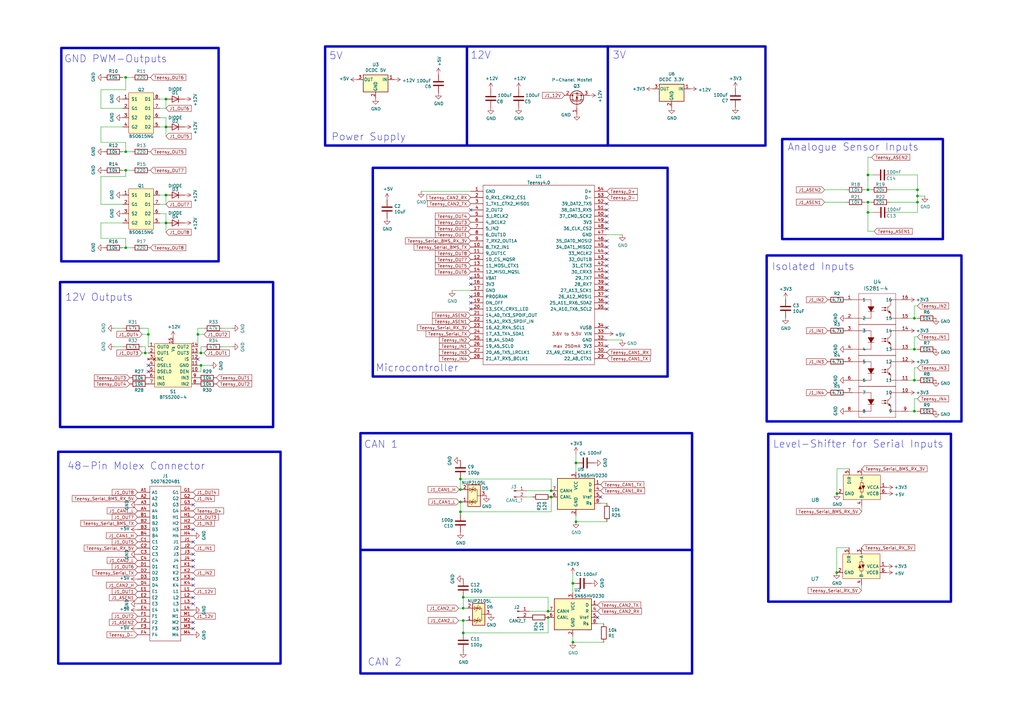
<source format=kicad_sch>
(kicad_sch (version 20230121) (generator eeschema)
  (paper "A3")
  (junction (at 188.849 209.931))
  (junction (at 234.95 239.268))
  (junction (at 376.301 82.931))
  (junction (at 188.849 200.787))
  (junction (at 51.562 69.85))
  (junction (at 355.981 82.931))
  (junction (at 355.981 71.755))
  (junction (at 376.301 77.851))
  (junction (at 375.031 130.556))
  (junction (at 234.95 263.398))
  (junction (at 68.072 52.07))
  (junction (at 59.563 144.78))
  (junction (at 82.423 149.86))
  (junction (at 355.981 87.122))
  (junction (at 51.562 62.23))
  (junction (at 343.281 202.438))
  (junction (at 82.423 144.78))
  (junction (at 224.79 250.698))
  (junction (at 226.06 203.835))
  (junction (at 236.22 189.865))
  (junction (at 343.154 234.823))
  (junction (at 224.79 253.238))
  (junction (at 226.06 201.295))
  (junction (at 189.992 244.983))
  (junction (at 375.031 168.656))
  (junction (at 51.562 31.75))
  (junction (at 236.22 213.995))
  (junction (at 68.072 80.01))
  (junction (at 375.031 155.956))
  (junction (at 355.981 77.851))
  (junction (at 189.992 249.428))
  (junction (at 68.072 91.44))
  (junction (at 189.992 259.588))
  (junction (at 188.849 196.469))
  (junction (at 60.833 137.16))
  (junction (at 188.849 205.867))
  (junction (at 68.072 40.64))
  (junction (at 376.301 80.391))
  (junction (at 51.562 101.6))
  (junction (at 375.031 143.256))
  (junction (at 81.153 137.16))
  (junction (at 189.992 254.508))
  (no_connect (at 248.92 108.966))
  (no_connect (at 248.92 121.666))
  (no_connect (at 79.248 229.87))
  (no_connect (at 248.92 86.106))
  (no_connect (at 248.92 101.346))
  (no_connect (at 79.248 240.03))
  (no_connect (at 193.04 86.106))
  (no_connect (at 79.248 207.01))
  (no_connect (at 79.248 217.17))
  (no_connect (at 79.248 245.11))
  (no_connect (at 79.248 247.65))
  (no_connect (at 79.248 257.81))
  (no_connect (at 79.248 255.27))
  (no_connect (at 79.248 222.25))
  (no_connect (at 79.248 232.41))
  (no_connect (at 248.92 88.646))
  (no_connect (at 193.04 124.206))
  (no_connect (at 248.92 126.746))
  (no_connect (at 79.248 227.33))
  (no_connect (at 248.92 111.506))
  (no_connect (at 245.11 253.238))
  (no_connect (at 193.04 114.046))
  (no_connect (at 248.92 98.806))
  (no_connect (at 60.833 152.4))
  (no_connect (at 248.92 114.046))
  (no_connect (at 81.153 147.32))
  (no_connect (at 248.92 91.186))
  (no_connect (at 193.04 116.586))
  (no_connect (at 248.92 124.206))
  (no_connect (at 193.04 121.666))
  (no_connect (at 248.92 119.126))
  (no_connect (at 248.92 141.986))
  (no_connect (at 79.248 237.49))
  (no_connect (at 248.92 83.566))
  (no_connect (at 248.92 93.726))
  (no_connect (at 193.04 126.746))
  (no_connect (at 248.92 116.586))
  (no_connect (at 248.92 134.366))
  (no_connect (at 248.92 103.886))
  (no_connect (at 60.833 149.86))
  (no_connect (at 246.38 203.835))
  (no_connect (at 248.92 106.426))
  (wire (pts (xy 68.072 52.07) (xy 65.532 52.07)))
  (wire (pts (xy 188.341 205.867) (xy 188.849 205.867)))
  (polyline (pts (xy 249.301 19.05) (xy 249.301 59.69)) (stroke (width 1)))
  (wire (pts (xy 58.293 134.62) (xy 60.833 134.62)))
  (wire (pts (xy 41.402 97.79) (xy 51.562 97.79)))
  (wire (pts (xy 91.313 142.24) (xy 95.123 142.24)))
  (wire (pts (xy 375.031 168.656) (xy 375.031 163.576)))
  (wire (pts (xy 364.871 77.851) (xy 376.301 77.851)))
  (wire (pts (xy 236.22 186.055) (xy 236.22 189.865)))
  (wire (pts (xy 376.301 125.476) (xy 375.031 125.476)))
  (wire (pts (xy 188.087 249.428) (xy 189.992 249.428)))
  (wire (pts (xy 51.562 72.39) (xy 51.562 69.85)))
  (wire (pts (xy 355.981 82.931) (xy 355.981 87.122)))
  (wire (pts (xy 188.087 254.508) (xy 189.992 254.508)))
  (wire (pts (xy 189.992 259.588) (xy 224.79 259.588)))
  (wire (pts (xy 41.402 91.44) (xy 50.292 91.44)))
  (wire (pts (xy 50.292 62.23) (xy 51.562 62.23)))
  (wire (pts (xy 65.532 87.63) (xy 68.072 87.63)))
  (wire (pts (xy 51.562 58.42) (xy 51.562 62.23)))
  (polyline (pts (xy 191.516 19.177) (xy 191.516 59.563)) (stroke (width 1)))
  (wire (pts (xy 50.292 44.45) (xy 41.402 44.45)))
  (wire (pts (xy 376.301 138.176) (xy 375.031 138.176)))
  (wire (pts (xy 375.031 130.556) (xy 376.301 130.556)))
  (wire (pts (xy 81.153 152.4) (xy 82.423 152.4)))
  (wire (pts (xy 51.562 97.79) (xy 51.562 101.6)))
  (wire (pts (xy 234.95 235.458) (xy 234.95 239.268)))
  (wire (pts (xy 59.563 144.78) (xy 60.833 144.78)))
  (wire (pts (xy 353.314 239.903) (xy 353.314 242.189)))
  (wire (pts (xy 188.849 209.931) (xy 226.06 209.931)))
  (wire (pts (xy 83.693 134.62) (xy 81.153 134.62)))
  (wire (pts (xy 355.981 82.931) (xy 357.251 82.931)))
  (wire (pts (xy 81.153 144.78) (xy 82.423 144.78)))
  (wire (pts (xy 355.981 77.851) (xy 357.251 77.851)))
  (wire (pts (xy 91.313 134.62) (xy 95.123 134.62)))
  (wire (pts (xy 348.361 192.278) (xy 343.281 192.278)))
  (wire (pts (xy 234.95 263.398) (xy 234.95 260.858)))
  (wire (pts (xy 247.65 255.778) (xy 245.11 255.778)))
  (wire (pts (xy 51.562 69.85) (xy 54.102 69.85)))
  (wire (pts (xy 376.301 71.755) (xy 376.301 77.851)))
  (wire (pts (xy 226.06 196.469) (xy 226.06 201.295)))
  (wire (pts (xy 338.201 77.851) (xy 347.091 77.851)))
  (wire (pts (xy 65.532 40.64) (xy 68.072 40.64)))
  (wire (pts (xy 372.491 155.956) (xy 375.031 155.956)))
  (wire (pts (xy 81.153 137.16) (xy 81.153 142.24)))
  (wire (pts (xy 65.532 80.01) (xy 68.072 80.01)))
  (wire (pts (xy 68.072 91.44) (xy 68.072 95.25)))
  (wire (pts (xy 68.072 52.07) (xy 68.072 55.88)))
  (wire (pts (xy 234.95 263.398) (xy 247.65 263.398)))
  (wire (pts (xy 68.072 87.63) (xy 68.072 91.44)))
  (wire (pts (xy 58.293 144.78) (xy 59.563 144.78)))
  (wire (pts (xy 376.301 80.391) (xy 376.301 82.931)))
  (wire (pts (xy 193.04 119.126) (xy 185.42 119.126)))
  (wire (pts (xy 375.031 138.176) (xy 375.031 143.256)))
  (wire (pts (xy 60.833 137.16) (xy 58.293 137.16)))
  (wire (pts (xy 189.992 249.428) (xy 191.262 249.428)))
  (wire (pts (xy 41.402 72.39) (xy 51.562 72.39)))
  (wire (pts (xy 188.849 205.867) (xy 188.849 209.931)))
  (wire (pts (xy 188.849 205.867) (xy 189.357 205.867)))
  (wire (pts (xy 375.031 150.876) (xy 376.301 150.876)))
  (wire (pts (xy 375.031 125.476) (xy 375.031 130.556)))
  (wire (pts (xy 50.292 101.6) (xy 51.562 101.6)))
  (wire (pts (xy 236.22 189.865) (xy 236.22 193.675)))
  (wire (pts (xy 355.981 71.755) (xy 358.14 71.755)))
  (wire (pts (xy 234.95 239.268) (xy 234.95 243.078)))
  (wire (pts (xy 41.402 72.39) (xy 41.402 83.82)))
  (wire (pts (xy 224.79 244.983) (xy 224.79 250.698)))
  (wire (pts (xy 41.402 44.45) (xy 41.402 36.83)))
  (wire (pts (xy 50.292 69.85) (xy 51.562 69.85)))
  (wire (pts (xy 188.849 209.931) (xy 188.849 210.693)))
  (wire (pts (xy 376.301 82.931) (xy 376.301 87.122)))
  (wire (pts (xy 60.833 134.62) (xy 60.833 137.16)))
  (wire (pts (xy 68.072 83.82) (xy 65.532 83.82)))
  (wire (pts (xy 236.22 213.995) (xy 236.22 211.455)))
  (wire (pts (xy 189.992 254.508) (xy 189.992 259.588)))
  (wire (pts (xy 375.031 163.576) (xy 376.301 163.576)))
  (wire (pts (xy 46.863 134.62) (xy 50.673 134.62)))
  (wire (pts (xy 375.031 130.556) (xy 372.491 130.556)))
  (wire (pts (xy 41.402 91.44) (xy 41.402 97.79)))
  (wire (pts (xy 82.423 144.78) (xy 83.693 144.78)))
  (wire (pts (xy 51.562 62.23) (xy 54.102 62.23)))
  (wire (pts (xy 215.9 201.295) (xy 226.06 201.295)))
  (wire (pts (xy 376.301 80.391) (xy 379.349 80.391)))
  (wire (pts (xy 355.981 71.755) (xy 355.981 77.851)))
  (wire (pts (xy 81.153 137.16) (xy 83.693 137.16)))
  (wire (pts (xy 68.072 40.64) (xy 68.072 44.45)))
  (wire (pts (xy 58.293 142.24) (xy 59.563 142.24)))
  (wire (pts (xy 236.22 213.995) (xy 248.92 213.995)))
  (wire (pts (xy 347.091 82.931) (xy 338.201 82.931)))
  (wire (pts (xy 188.849 196.469) (xy 226.06 196.469)))
  (wire (pts (xy 83.693 142.24) (xy 82.423 142.24)))
  (wire (pts (xy 41.402 52.07) (xy 50.292 52.07)))
  (wire (pts (xy 82.423 142.24) (xy 82.423 144.78)))
  (wire (pts (xy 355.981 87.122) (xy 358.267 87.122)))
  (wire (pts (xy 189.992 244.983) (xy 189.992 249.428)))
  (wire (pts (xy 364.871 82.931) (xy 376.301 82.931)))
  (wire (pts (xy 50.292 31.75) (xy 51.562 31.75)))
  (wire (pts (xy 41.402 36.83) (xy 51.562 36.83)))
  (wire (pts (xy 365.76 71.755) (xy 376.301 71.755)))
  (wire (pts (xy 343.281 192.278) (xy 343.281 202.438)))
  (wire (pts (xy 41.402 52.07) (xy 41.402 58.42)))
  (wire (pts (xy 50.292 83.82) (xy 41.402 83.82)))
  (wire (pts (xy 82.423 149.86) (xy 82.423 152.4)))
  (wire (pts (xy 215.9 203.835) (xy 218.44 203.835)))
  (wire (pts (xy 188.849 200.787) (xy 189.357 200.787)))
  (wire (pts (xy 82.423 149.86) (xy 86.233 149.86)))
  (wire (pts (xy 375.031 143.256) (xy 376.301 143.256)))
  (wire (pts (xy 51.562 31.75) (xy 51.562 36.83)))
  (wire (pts (xy 248.92 206.375) (xy 246.38 206.375)))
  (wire (pts (xy 68.072 44.45) (xy 65.532 44.45)))
  (wire (pts (xy 353.441 207.518) (xy 353.441 209.804)))
  (wire (pts (xy 354.711 82.931) (xy 355.981 82.931)))
  (wire (pts (xy 81.153 134.62) (xy 81.153 137.16)))
  (wire (pts (xy 343.154 224.663) (xy 343.154 234.823)))
  (wire (pts (xy 68.072 91.44) (xy 65.532 91.44)))
  (wire (pts (xy 51.562 101.6) (xy 54.102 101.6)))
  (wire (pts (xy 355.981 87.122) (xy 355.981 94.869)))
  (wire (pts (xy 248.92 96.266) (xy 255.27 96.266)))
  (wire (pts (xy 172.72 78.486) (xy 193.04 78.486)))
  (wire (pts (xy 354.711 77.851) (xy 355.981 77.851)))
  (wire (pts (xy 189.992 254.508) (xy 191.262 254.508)))
  (wire (pts (xy 376.301 77.851) (xy 376.301 80.391)))
  (wire (pts (xy 41.402 58.42) (xy 51.562 58.42)))
  (wire (pts (xy 355.981 64.516) (xy 355.981 71.755)))
  (wire (pts (xy 59.563 142.24) (xy 59.563 144.78)))
  (wire (pts (xy 224.79 253.238) (xy 224.79 259.588)))
  (wire (pts (xy 375.031 143.256) (xy 372.491 143.256)))
  (wire (pts (xy 355.981 94.869) (xy 358.521 94.869)))
  (wire (pts (xy 375.031 168.656) (xy 376.301 168.656)))
  (wire (pts (xy 188.341 200.787) (xy 188.849 200.787)))
  (wire (pts (xy 348.234 224.663) (xy 343.154 224.663)))
  (wire (pts (xy 65.532 48.26) (xy 68.072 48.26)))
  (wire (pts (xy 68.072 80.01) (xy 68.072 83.82)))
  (wire (pts (xy 51.562 31.75) (xy 54.102 31.75)))
  (wire (pts (xy 46.863 142.24) (xy 50.673 142.24)))
  (wire (pts (xy 68.072 48.26) (xy 68.072 52.07)))
  (polyline (pts (xy 147.955 225.552) (xy 283.845 225.552)) (stroke (width 1)))
  (wire (pts (xy 189.992 244.983) (xy 224.79 244.983)))
  (wire (pts (xy 81.153 149.86) (xy 82.423 149.86)))
  (wire (pts (xy 226.06 209.931) (xy 226.06 203.835)))
  (wire (pts (xy 217.17 250.698) (xy 224.79 250.698)))
  (wire (pts (xy 375.031 155.956) (xy 376.301 155.956)))
  (wire (pts (xy 355.981 64.516) (xy 357.505 64.516)))
  (wire (pts (xy 60.833 142.24) (xy 60.833 137.16)))
  (wire (pts (xy 188.849 196.469) (xy 188.849 200.787)))
  (wire (pts (xy 372.491 168.656) (xy 375.031 168.656)))
  (wire (pts (xy 365.887 87.122) (xy 376.301 87.122)))
  (wire (pts (xy 375.031 155.956) (xy 375.031 150.876)))
  (wire (pts (xy 248.92 139.446) (xy 255.27 139.446)))
  (rectangle (start 320.802 57.023) (end 386.715 98.044) (stroke (width 1)))
  (rectangle (start 133.35 19.05) (end 313.944 59.69) (stroke (width 1)))
  (rectangle (start 23.876 185.293) (end 115.062 272.161) (stroke (width 1)))
  (rectangle (start 314.452 104.775) (end 394.335 172.847) (stroke (width 1)))
  (rectangle (start 25.146 19.685) (end 89.662 107.188) (stroke (width 1)))
  (rectangle (start 315.087 177.927) (end 390.017 246.761) (stroke (width 1)))
  (rectangle (start 24.638 115.697) (end 112.014 175.133) (stroke (width 1)))
  (rectangle (start 147.828 177.673) (end 283.845 276.225) (stroke (width 1)))
  (rectangle (start 152.908 68.834) (end 273.812 154.432) (stroke (width 1)))
  (text "Analogue Sensor Inputs" (at 322.961 62.23 0) (effects (font (size 3 3)) (justify left bottom)))
  (text "GND PWM-Outputs" (at 26.289 26.035 0) (effects (font (size 3 3)) (justify left bottom)))
  (text "48-Pin Molex Connector" (at 27.559 193.04 0) (effects (font (size 3 3)) (justify left bottom)))
  (text "CAN 2" (at 150.749 273.431 0) (effects (font (size 3 3)) (justify left bottom)))
  (text "CAN 1" (at 149.225 184.15 0) (effects (font (size 3 3)) (justify left bottom)))
  (text "5V" (at 135.001 24.765 0) (effects (font (size 3 3)) (justify left bottom)))
  (text "12V Outputs" (at 26.67 123.825 0) (effects (font (size 3 3)) (justify left bottom)))
  (text "Isolated Inputs" (at 316.484 111.252 0) (effects (font (size 3 3)) (justify left bottom)))
  (text "Microcontroller" (at 154.051 152.781 0) (effects (font (size 3 3)) (justify left bottom)))
  (text "Power Supply" (at 135.89 58.039 0) (effects (font (size 3 3)) (justify left bottom)))
  (text "12V" (at 192.913 24.511 0) (effects (font (size 3 3)) (justify left bottom)))
  (text "3V" (at 251.206 24.511 0) (effects (font (size 3 3)) (justify left bottom)))
  (text "Level-Shifter for Serial Inputs" (at 316.992 184.023 0) (effects (font (size 3 3)) (justify left bottom)))
  (global_label "J1_CAN1_H" (shape input) (at 56.388 219.71 180) (property "Intersheetrefs" "${INTERSHEET_REFS}" (effects hide)) (property "Referenzen zwischen Schaltplänen" "${INTERSHEET_REFS}" (effects hide)))
  (global_label "J1_OUT7" (shape input) (at 56.388 212.09 180) (property "Intersheetrefs" "${INTERSHEET_REFS}" (effects hide)) (property "Referenzen zwischen Schaltplänen" "${INTERSHEET_REFS}" (effects hide)))
  (global_label "Teensy_OUT7" (shape input) (at 193.04 106.426 180) (property "Intersheetrefs" "${INTERSHEET_REFS}" (effects hide)) (property "Referenzen zwischen Schaltplänen" "${INTERSHEET_REFS}" (effects hide)))
  (global_label "J1_ASEN2" (shape input) (at 56.388 255.27 180) (property "Intersheetrefs" "${INTERSHEET_REFS}" (effects hide)) (property "Referenzen zwischen Schaltplänen" "${INTERSHEET_REFS}" (effects hide)))
  (global_label "J1_OUT6" (shape input) (at 68.072 44.45 0) (property "Intersheetrefs" "${INTERSHEET_REFS}" (effects hide)) (property "Referenzen zwischen Schaltplänen" "${INTERSHEET_REFS}" (effects hide)))
  (global_label "J1_IN3" (shape input) (at 79.248 214.63 0) (property "Intersheetrefs" "${INTERSHEET_REFS}" (effects hide)) (property "Referenzen zwischen Schaltplänen" "${INTERSHEET_REFS}" (effects hide)))
  (global_label "Teensy_D+" (shape input) (at 79.248 209.55 0) (property "Intersheetrefs" "${INTERSHEET_REFS}" (effects hide)) (property "Referenzen zwischen Schaltplänen" "${INTERSHEET_REFS}" (effects hide)))
  (global_label "Teensy_CAN2_TX" (shape input) (at 193.04 83.566 180) (property "Intersheetrefs" "${INTERSHEET_REFS}" (effects hide)) (property "Referenzen zwischen Schaltplänen" "${INTERSHEET_REFS}" (effects hide)))
  (global_label "J1_CAN2_L" (shape input) (at 56.388 229.87 180) (property "Intersheetrefs" "${INTERSHEET_REFS}" (effects hide)) (property "Referenzen zwischen Schaltplänen" "${INTERSHEET_REFS}" (effects hide)))
  (global_label "Teensy_OUT2" (shape input) (at 88.773 157.48 0) (property "Intersheetrefs" "${INTERSHEET_REFS}" (effects hide)) (property "Referenzen zwischen Schaltplänen" "${INTERSHEET_REFS}" (effects hide)))
  (global_label "Teensy_IN3" (shape input) (at 193.04 144.526 180) (property "Intersheetrefs" "${INTERSHEET_REFS}" (effects hide)) (property "Referenzen zwischen Schaltplänen" "${INTERSHEET_REFS}" (effects hide)))
  (global_label "J1_OUT4" (shape input) (at 58.293 137.16 180) (property "Intersheetrefs" "${INTERSHEET_REFS}" (effects hide)) (property "Referenzen zwischen Schaltplänen" "${INTERSHEET_REFS}" (effects hide)))
  (global_label "Teensy_IN2" (shape input) (at 193.04 139.446 180) (property "Intersheetrefs" "${INTERSHEET_REFS}" (effects hide)) (property "Referenzen zwischen Schaltplänen" "${INTERSHEET_REFS}" (effects hide)))
  (global_label "Teensy_OUT3" (shape input) (at 193.04 91.186 180) (property "Intersheetrefs" "${INTERSHEET_REFS}" (effects hide)) (property "Referenzen zwischen Schaltplänen" "${INTERSHEET_REFS}" (effects hide)))
  (global_label "J1_OUT8" (shape input) (at 68.072 95.25 0) (property "Intersheetrefs" "${INTERSHEET_REFS}" (effects hide)) (property "Referenzen zwischen Schaltplänen" "${INTERSHEET_REFS}" (effects hide)))
  (global_label "Teensy_CAN2_RX" (shape input) (at 193.04 81.026 180) (property "Intersheetrefs" "${INTERSHEET_REFS}" (effects hide)) (property "Referenzen zwischen Schaltplänen" "${INTERSHEET_REFS}" (effects hide)))
  (global_label "Teensy_ASEN2" (shape input) (at 357.505 64.516 0) (property "Intersheetrefs" "${INTERSHEET_REFS}" (effects hide)) (property "Referenzen zwischen Schaltplänen" "${INTERSHEET_REFS}" (effects hide)))
  (global_label "Teensy_Serial_BMS_TX" (shape input) (at 56.388 214.63 180) (property "Intersheetrefs" "${INTERSHEET_REFS}" (effects hide)) (property "Referenzen zwischen Schaltplänen" "${INTERSHEET_REFS}" (effects hide)))
  (global_label "J1_OUT2" (shape input) (at 83.693 137.16 0) (property "Intersheetrefs" "${INTERSHEET_REFS}" (effects hide)) (property "Referenzen zwischen Schaltplänen" "${INTERSHEET_REFS}" (effects hide)))
  (global_label "Teensy_IN1" (shape input) (at 193.04 141.986 180) (property "Intersheetrefs" "${INTERSHEET_REFS}" (effects hide)) (property "Referenzen zwischen Schaltplänen" "${INTERSHEET_REFS}" (effects hide)))
  (global_label "Teensy_CAN1_TX" (shape input) (at 248.92 147.066 0) (property "Intersheetrefs" "${INTERSHEET_REFS}" (effects hide)) (property "Referenzen zwischen Schaltplänen" "${INTERSHEET_REFS}" (effects hide)))
  (global_label "Teensy_ASEN1" (shape input) (at 193.04 131.826 180) (property "Intersheetrefs" "${INTERSHEET_REFS}" (effects hide)) (property "Referenzen zwischen Schaltplänen" "${INTERSHEET_REFS}" (effects hide)))
  (global_label "Teensy_Serial_RX_5V" (shape input) (at 56.388 224.79 180) (property "Intersheetrefs" "${INTERSHEET_REFS}" (effects hide)) (property "Referenzen zwischen Schaltplänen" "${INTERSHEET_REFS}" (effects hide)))
  (global_label "Teensy_Serial_TX" (shape input) (at 56.388 234.95 180) (property "Intersheetrefs" "${INTERSHEET_REFS}" (effects hide)) (property "Referenzen zwischen Schaltplänen" "${INTERSHEET_REFS}" (effects hide)))
  (global_label "J1_ASEN1" (shape input) (at 338.201 82.931 180) (property "Intersheetrefs" "${INTERSHEET_REFS}" (effects hide)) (property "Referenzen zwischen Schaltplänen" "${INTERSHEET_REFS}" (effects hide)))
  (global_label "J1_OUT1" (shape input) (at 56.388 242.57 180) (property "Intersheetrefs" "${INTERSHEET_REFS}" (effects hide)) (property "Referenzen zwischen Schaltplänen" "${INTERSHEET_REFS}" (effects hide)))
  (global_label "Teensy_OUT5" (shape input) (at 193.04 108.966 180) (property "Intersheetrefs" "${INTERSHEET_REFS}" (effects hide)) (property "Referenzen zwischen Schaltplänen" "${INTERSHEET_REFS}" (effects hide)))
  (global_label "J1_CAN2_H" (shape input) (at 56.388 240.03 180) (property "Intersheetrefs" "${INTERSHEET_REFS}" (effects hide)) (property "Referenzen zwischen Schaltplänen" "${INTERSHEET_REFS}" (effects hide)))
  (global_label "Teensy_Serial_RX_3V" (shape input) (at 193.04 134.366 180) (property "Intersheetrefs" "${INTERSHEET_REFS}" (effects hide)) (property "Referenzen zwischen Schaltplänen" "${INTERSHEET_REFS}" (effects hide)))
  (global_label "Teensy_OUT6" (shape input) (at 193.04 111.506 180) (property "Intersheetrefs" "${INTERSHEET_REFS}" (effects hide)) (property "Referenzen zwischen Schaltplänen" "${INTERSHEET_REFS}" (effects hide)))
  (global_label "Teensy_Serial_BMS_TX" (shape input) (at 193.04 101.346 180) (property "Intersheetrefs" "${INTERSHEET_REFS}" (effects hide)) (property "Referenzen zwischen Schaltplänen" "${INTERSHEET_REFS}" (effects hide)))
  (global_label "J1_OUT5" (shape input) (at 68.072 55.88 0) (property "Intersheetrefs" "${INTERSHEET_REFS}" (effects hide)) (property "Referenzen zwischen Schaltplänen" "${INTERSHEET_REFS}" (effects hide)))
  (global_label "J1_12V" (shape input) (at 79.248 242.57 0) (property "Intersheetrefs" "${INTERSHEET_REFS}" (effects hide)) (property "Referenzen zwischen Schaltplänen" "${INTERSHEET_REFS}" (effects hide)))
  (global_label "Teensy_CAN2_TX" (shape input) (at 245.11 248.158 0) (property "Intersheetrefs" "${INTERSHEET_REFS}" (effects hide)) (property "Referenzen zwischen Schaltplänen" "${INTERSHEET_REFS}" (effects hide)))
  (global_label "Teensy_OUT3" (shape input) (at 53.213 154.94 180) (property "Intersheetrefs" "${INTERSHEET_REFS}" (effects hide)) (property "Referenzen zwischen Schaltplänen" "${INTERSHEET_REFS}" (effects hide)))
  (global_label "J1_CAN1_H" (shape input) (at 188.341 200.787 180) (property "Intersheetrefs" "${INTERSHEET_REFS}" (effects hide)) (property "Referenzen zwischen Schaltplänen" "${INTERSHEET_REFS}" (effects hide)))
  (global_label "J1_OUT7" (shape input) (at 68.072 83.82 0) (property "Intersheetrefs" "${INTERSHEET_REFS}" (effects hide)) (property "Referenzen zwischen Schaltplänen" "${INTERSHEET_REFS}" (effects hide)))
  (global_label "J1_CAN1_L" (shape input) (at 188.341 205.867 180) (property "Intersheetrefs" "${INTERSHEET_REFS}" (effects hide)) (property "Referenzen zwischen Schaltplänen" "${INTERSHEET_REFS}" (effects hide)))
  (global_label "J1_CAN2_L" (shape input) (at 188.087 254.508 180) (property "Intersheetrefs" "${INTERSHEET_REFS}" (effects hide)) (property "Referenzen zwischen Schaltplänen" "${INTERSHEET_REFS}" (effects hide)))
  (global_label "Teensy_IN3" (shape input) (at 376.301 150.876 0) (property "Intersheetrefs" "${INTERSHEET_REFS}" (effects hide)) (property "Referenzen zwischen Schaltplänen" "${INTERSHEET_REFS}" (effects hide)))
  (global_label "Teensy_Serial_RX_3V" (shape input) (at 353.314 224.663 0) (property "Intersheetrefs" "${INTERSHEET_REFS}" (effects hide)) (property "Referenzen zwischen Schaltplänen" "${INTERSHEET_REFS}" (effects hide)))
  (global_label "Teensy_Serial_BMS_RX_5V" (shape input) (at 56.388 204.47 180) (property "Intersheetrefs" "${INTERSHEET_REFS}" (effects hide)) (property "Referenzen zwischen Schaltplänen" "${INTERSHEET_REFS}" (effects hide)))
  (global_label "J1_OUT4" (shape input) (at 79.248 201.93 0) (property "Intersheetrefs" "${INTERSHEET_REFS}" (effects hide)) (property "Referenzen zwischen Schaltplänen" "${INTERSHEET_REFS}" (effects hide)))
  (global_label "J1_CAN2_H" (shape input) (at 188.087 249.428 180) (property "Intersheetrefs" "${INTERSHEET_REFS}" (effects hide)) (property "Referenzen zwischen Schaltplänen" "${INTERSHEET_REFS}" (effects hide)))
  (global_label "Teensy_Serial_BMS_RX_5V" (shape input) (at 353.441 209.804 180) (property "Intersheetrefs" "${INTERSHEET_REFS}" (effects hide)) (property "Referenzen zwischen Schaltplänen" "${INTERSHEET_REFS}" (effects hide)))
  (global_label "J1_IN1" (shape input) (at 79.248 224.79 0) (property "Intersheetrefs" "${INTERSHEET_REFS}" (effects hide)) (property "Referenzen zwischen Schaltplänen" "${INTERSHEET_REFS}" (effects hide)))
  (global_label "J1_OUT1" (shape input) (at 83.693 144.78 0) (property "Intersheetrefs" "${INTERSHEET_REFS}" (effects hide)) (property "Referenzen zwischen Schaltplänen" "${INTERSHEET_REFS}" (effects hide)))
  (global_label "Teensy_Serial_BMS_RX_3V" (shape input) (at 353.441 192.278 0) (property "Intersheetrefs" "${INTERSHEET_REFS}" (effects hide)) (property "Referenzen zwischen Schaltplänen" "${INTERSHEET_REFS}" (effects hide)))
  (global_label "Teensy_IN4" (shape input) (at 193.04 147.066 180) (property "Intersheetrefs" "${INTERSHEET_REFS}" (effects hide)) (property "Referenzen zwischen Schaltplänen" "${INTERSHEET_REFS}" (effects hide)))
  (global_label "J1_IN4" (shape input) (at 339.471 161.036 180) (property "Intersheetrefs" "${INTERSHEET_REFS}" (effects hide)) (property "Referenzen zwischen Schaltplänen" "${INTERSHEET_REFS}" (effects hide)))
  (global_label "J1_IN2" (shape input) (at 79.248 234.95 0) (property "Intersheetrefs" "${INTERSHEET_REFS}" (effects hide)) (property "Referenzen zwischen Schaltplänen" "${INTERSHEET_REFS}" (effects hide)))
  (global_label "Teensy_OUT4" (shape input) (at 53.213 157.48 180) (property "Intersheetrefs" "${INTERSHEET_REFS}" (effects hide)) (property "Referenzen zwischen Schaltplänen" "${INTERSHEET_REFS}" (effects hide)))
  (global_label "Teensy_OUT1" (shape input) (at 193.04 96.266 180) (property "Intersheetrefs" "${INTERSHEET_REFS}" (effects hide)) (property "Referenzen zwischen Schaltplänen" "${INTERSHEET_REFS}" (effects hide)))
  (global_label "Teensy_D-" (shape input) (at 56.388 260.35 180) (property "Intersheetrefs" "${INTERSHEET_REFS}" (effects hide)) (property "Referenzen zwischen Schaltplänen" "${INTERSHEET_REFS}" (effects hide)))
  (global_label "J1_IN1" (shape input) (at 339.471 135.636 180) (property "Intersheetrefs" "${INTERSHEET_REFS}" (effects hide)) (property "Referenzen zwischen Schaltplänen" "${INTERSHEET_REFS}" (effects hide)))
  (global_label "Teensy_D+" (shape input) (at 248.92 78.486 0) (property "Intersheetrefs" "${INTERSHEET_REFS}" (effects hide)) (property "Referenzen zwischen Schaltplänen" "${INTERSHEET_REFS}" (effects hide)))
  (global_label "Teensy_OUT4" (shape input) (at 193.04 88.646 180) (property "Intersheetrefs" "${INTERSHEET_REFS}" (effects hide)) (property "Referenzen zwischen Schaltplänen" "${INTERSHEET_REFS}" (effects hide)))
  (global_label "Teensy_IN4" (shape input) (at 376.301 163.576 0) (property "Intersheetrefs" "${INTERSHEET_REFS}" (effects hide)) (property "Referenzen zwischen Schaltplänen" "${INTERSHEET_REFS}" (effects hide)))
  (global_label "Teensy_D-" (shape input) (at 248.92 81.026 0) (property "Intersheetrefs" "${INTERSHEET_REFS}" (effects hide)) (property "Referenzen zwischen Schaltplänen" "${INTERSHEET_REFS}" (effects hide)))
  (global_label "Teensy_OUT6" (shape input) (at 61.722 31.75 0) (property "Intersheetrefs" "${INTERSHEET_REFS}" (effects hide)) (property "Referenzen zwischen Schaltplänen" "${INTERSHEET_REFS}" (effects hide)))
  (global_label "J1_IN3" (shape input) (at 339.471 148.336 180) (property "Intersheetrefs" "${INTERSHEET_REFS}" (effects hide)) (property "Referenzen zwischen Schaltplänen" "${INTERSHEET_REFS}" (effects hide)))
  (global_label "Teensy_Serial_RX_5V" (shape input) (at 353.314 242.189 180) (property "Intersheetrefs" "${INTERSHEET_REFS}" (effects hide)) (property "Referenzen zwischen Schaltplänen" "${INTERSHEET_REFS}" (effects hide)))
  (global_label "Teensy_OUT8" (shape input) (at 193.04 103.886 180) (property "Intersheetrefs" "${INTERSHEET_REFS}" (effects hide)) (property "Referenzen zwischen Schaltplänen" "${INTERSHEET_REFS}" (effects hide)))
  (global_label "J1_12V" (shape input) (at 79.248 252.73 0) (property "Intersheetrefs" "${INTERSHEET_REFS}" (effects hide)) (property "Referenzen zwischen Schaltplänen" "${INTERSHEET_REFS}" (effects hide)))
  (global_label "Teensy_CAN1_RX" (shape input) (at 246.38 201.295 0) (property "Intersheetrefs" "${INTERSHEET_REFS}" (effects hide)) (property "Referenzen zwischen Schaltplänen" "${INTERSHEET_REFS}" (effects hide)))
  (global_label "J1_12V" (shape input) (at 231.521 39.116 180) (property "Intersheetrefs" "${INTERSHEET_REFS}" (effects hide)) (property "Referenzen zwischen Schaltplänen" "${INTERSHEET_REFS}" (effects hide)))
  (global_label "J1_OUT2" (shape input) (at 56.388 252.73 180) (property "Intersheetrefs" "${INTERSHEET_REFS}" (effects hide)) (property "Referenzen zwischen Schaltplänen" "${INTERSHEET_REFS}" (effects hide)))
  (global_label "J1_OUT3" (shape input) (at 58.293 144.78 180) (property "Intersheetrefs" "${INTERSHEET_REFS}" (effects hide)) (property "Referenzen zwischen Schaltplänen" "${INTERSHEET_REFS}" (effects hide)))
  (global_label "Teensy_CAN1_TX" (shape input) (at 246.38 198.755 0) (property "Intersheetrefs" "${INTERSHEET_REFS}" (effects hide)) (property "Referenzen zwischen Schaltplänen" "${INTERSHEET_REFS}" (effects hide)))
  (global_label "J1_ASEN2" (shape input) (at 338.201 77.851 180) (property "Intersheetrefs" "${INTERSHEET_REFS}" (effects hide)) (property "Referenzen zwischen Schaltplänen" "${INTERSHEET_REFS}" (effects hide)))
  (global_label "Teensy_OUT7" (shape input) (at 61.722 69.85 0) (property "Intersheetrefs" "${INTERSHEET_REFS}" (effects hide)) (property "Referenzen zwischen Schaltplänen" "${INTERSHEET_REFS}" (effects hide)))
  (global_label "Teensy_Serial_TX" (shape input) (at 193.04 136.906 180) (property "Intersheetrefs" "${INTERSHEET_REFS}" (effects hide)) (property "Referenzen zwischen Schaltplänen" "${INTERSHEET_REFS}" (effects hide)))
  (global_label "J1_OUT3" (shape input) (at 79.248 212.09 0) (property "Intersheetrefs" "${INTERSHEET_REFS}" (effects hide)) (property "Referenzen zwischen Schaltplänen" "${INTERSHEET_REFS}" (effects hide)))
  (global_label "Teensy_OUT1" (shape input) (at 88.773 154.94 0) (property "Intersheetrefs" "${INTERSHEET_REFS}" (effects hide)) (property "Referenzen zwischen Schaltplänen" "${INTERSHEET_REFS}" (effects hide)))
  (global_label "J1_OUT5" (shape input) (at 56.388 222.25 180) (property "Intersheetrefs" "${INTERSHEET_REFS}" (effects hide)) (property "Referenzen zwischen Schaltplänen" "${INTERSHEET_REFS}" (effects hide)))
  (global_label "Teensy_ASEN1" (shape input) (at 358.521 94.869 0) (property "Intersheetrefs" "${INTERSHEET_REFS}" (effects hide)) (property "Referenzen zwischen Schaltplänen" "${INTERSHEET_REFS}" (effects hide)))
  (global_label "Teensy_OUT5" (shape input) (at 61.722 62.23 0) (property "Intersheetrefs" "${INTERSHEET_REFS}" (effects hide)) (property "Referenzen zwischen Schaltplänen" "${INTERSHEET_REFS}" (effects hide)))
  (global_label "Teensy_CAN2_RX" (shape input) (at 245.11 250.698 0) (property "Intersheetrefs" "${INTERSHEET_REFS}" (effects hide)) (property "Referenzen zwischen Schaltplänen" "${INTERSHEET_REFS}" (effects hide)))
  (global_label "Teensy_OUT2" (shape input) (at 193.04 93.726 180) (property "Intersheetrefs" "${INTERSHEET_REFS}" (effects hide)) (property "Referenzen zwischen Schaltplänen" "${INTERSHEET_REFS}" (effects hide)))
  (global_label "J1_OUT6" (shape input) (at 56.388 232.41 180) (property "Intersheetrefs" "${INTERSHEET_REFS}" (effects hide)) (property "Referenzen zwischen Schaltplänen" "${INTERSHEET_REFS}" (effects hide)))
  (global_label "Teensy_IN2" (shape input) (at 376.301 125.476 0) (property "Intersheetrefs" "${INTERSHEET_REFS}" (effects hide)) (property "Referenzen zwischen Schaltplänen" "${INTERSHEET_REFS}" (effects hide)))
  (global_label "Teensy_Serial_BMS_RX_3V" (shape input) (at 193.04 98.806 180) (property "Intersheetrefs" "${INTERSHEET_REFS}" (effects hide)) (property "Referenzen zwischen Schaltplänen" "${INTERSHEET_REFS}" (effects hide)))
  (global_label "J1_OUT8" (shape input) (at 56.388 201.93 180) (property "Intersheetrefs" "${INTERSHEET_REFS}" (effects hide)) (property "Referenzen zwischen Schaltplänen" "${INTERSHEET_REFS}" (effects hide)))
  (global_label "J1_IN4" (shape input) (at 79.248 204.47 0) (property "Intersheetrefs" "${INTERSHEET_REFS}" (effects hide)) (property "Referenzen zwischen Schaltplänen" "${INTERSHEET_REFS}" (effects hide)))
  (global_label "Teensy_OUT8" (shape input) (at 61.722 101.6 0) (property "Intersheetrefs" "${INTERSHEET_REFS}" (effects hide)) (property "Referenzen zwischen Schaltplänen" "${INTERSHEET_REFS}" (effects hide)))
  (global_label "Teensy_IN1" (shape input) (at 376.301 138.176 0) (property "Intersheetrefs" "${INTERSHEET_REFS}" (effects hide)) (property "Referenzen zwischen Schaltplänen" "${INTERSHEET_REFS}" (effects hide)))
  (global_label "J1_ASEN1" (shape input) (at 56.388 245.11 180) (property "Intersheetrefs" "${INTERSHEET_REFS}" (effects hide)) (property "Referenzen zwischen Schaltplänen" "${INTERSHEET_REFS}" (effects hide)))
  (global_label "J1_CAN1_L" (shape input) (at 56.388 209.55 180) (property "Intersheetrefs" "${INTERSHEET_REFS}" (effects hide)) (property "Referenzen zwischen Schaltplänen" "${INTERSHEET_REFS}" (effects hide)))
  (global_label "Teensy_ASEN2" (shape input) (at 193.04 129.286 180) (property "Intersheetrefs" "${INTERSHEET_REFS}" (effects hide)) (property "Referenzen zwischen Schaltplänen" "${INTERSHEET_REFS}" (effects hide)))
  (global_label "J1_IN2" (shape input) (at 339.471 122.936 180) (property "Intersheetrefs" "${INTERSHEET_REFS}" (effects hide)) (property "Referenzen zwischen Schaltplänen" "${INTERSHEET_REFS}" (effects hide)))
  (global_label "Teensy_CAN1_RX" (shape input) (at 248.92 144.526 0) (property "Intersheetrefs" "${INTERSHEET_REFS}" (effects hide)) (property "Referenzen zwischen Schaltplänen" "${INTERSHEET_REFS}" (effects hide)))
  (symbol (lib_id "power:GND") (at 172.72 78.486 0) (unit 1)
    (property "Reference" "#PWR0101" (effects hide))
    (property "Value" "GND" (at 172.847 82.8802 0))
  )
  (symbol (lib_id "Regulator_Switching:R-78E5.0-0.5") (at 154.051 32.639 0) (mirror y) (unit 1)
    (property "Reference" "U3" (at 154.051 26.4922 0))
    (property "Value" "DCDC 5V" (at 154.051 28.8036 0))
    (property "Footprint" "Converter_DCDC:Converter_DCDC_RECOM_R-78E-0.5_THT" (effects hide))
    (property "Datasheet" "https://www.recom-power.com/pdf/Innoline/R-78Exx-0.5.pdf" (effects hide))
  )
  (symbol (lib_id "power:+12V") (at 161.671 32.639 270) (unit 1)
    (property "Reference" "#PWR0102" (effects hide))
    (property "Value" "+12V" (at 164.9222 33.02 90) (effects (justify left)))
  )
  (symbol (lib_id "Device:R") (at 247.65 259.588 0) (mirror x) (unit 1)
    (property "Reference" "R1" (at 249.428 260.7564 0) (effects (justify left)))
    (property "Value" "10k" (at 249.428 258.445 0) (effects (justify left)))
    (property "Footprint" "Resistor_SMD:R_0805_2012Metric" (effects hide))
    (property "LCSC" "C17414" (effects hide))
  )
  (symbol (lib_id "power:GND") (at 185.42 119.126 0) (unit 1)
    (property "Reference" "#PWR0103" (effects hide))
    (property "Value" "GND" (at 185.547 123.5202 0))
  )
  (symbol (lib_id "power:GND") (at 255.27 96.266 0) (unit 1)
    (property "Reference" "#PWR0104" (effects hide))
    (property "Value" "GND" (at 255.397 100.6602 0))
  )
  (symbol (lib_id "power:GND") (at 255.27 139.446 0) (unit 1)
    (property "Reference" "#PWR0105" (effects hide))
    (property "Value" "GND" (at 259.207 140.843 0))
  )
  (symbol (lib_id "power:GND") (at 154.051 40.259 0) (unit 1)
    (property "Reference" "#PWR0106" (effects hide))
    (property "Value" "GND" (at 154.178 44.6532 0))
  )
  (symbol (lib_id "power:GND") (at 234.95 263.398 0) (unit 1)
    (property "Reference" "#PWR0108" (effects hide))
    (property "Value" "GND" (at 235.077 267.7922 0))
  )
  (symbol (lib_id "power:+5V") (at 146.431 32.639 90) (unit 1)
    (property "Reference" "#PWR0112" (effects hide))
    (property "Value" "+5V" (at 143.1798 32.258 90) (effects (justify left)))
  )
  (symbol (lib_id "power:+5V") (at 248.92 136.906 270) (unit 1)
    (property "Reference" "#PWR0113" (effects hide))
    (property "Value" "+5V" (at 252.1712 137.287 90) (effects (justify left)))
  )
  (symbol (lib_id "Device:R") (at 343.281 122.936 90) (mirror x) (unit 1)
    (property "Reference" "R2" (at 343.281 120.396 90))
    (property "Value" "4.7k" (at 343.281 122.936 90))
    (property "Footprint" "Resistor_SMD:R_0805_2012Metric" (effects hide))
    (property "LCSC" "C17673" (effects hide))
  )
  (symbol (lib_id "Device:R") (at 343.281 135.636 90) (mirror x) (unit 1)
    (property "Reference" "R3" (at 343.281 133.096 90))
    (property "Value" "4.7k" (at 343.281 135.636 90))
    (property "Footprint" "Resistor_SMD:R_0805_2012Metric" (effects hide))
    (property "LCSC" "C17673" (effects hide))
  )
  (symbol (lib_id "Device:R") (at 343.281 148.336 90) (mirror x) (unit 1)
    (property "Reference" "R4" (at 343.281 145.796 90))
    (property "Value" "4.7k" (at 343.281 148.336 90))
    (property "Footprint" "Resistor_SMD:R_0805_2012Metric" (effects hide))
    (property "LCSC" "C17673" (effects hide))
  )
  (symbol (lib_id "Device:R") (at 343.281 161.036 90) (mirror x) (unit 1)
    (property "Reference" "R5" (at 343.281 158.496 90))
    (property "Value" "4.7k" (at 343.281 161.036 90))
    (property "Footprint" "Resistor_SMD:R_0805_2012Metric" (effects hide))
    (property "LCSC" "C17673" (effects hide))
  )
  (symbol (lib_id "power:GND") (at 347.091 130.556 270) (mirror x) (unit 1)
    (property "Reference" "#PWR0115" (effects hide))
    (property "Value" "GND" (at 342.6968 130.429 0))
  )
  (symbol (lib_id "power:GND") (at 347.091 143.256 270) (mirror x) (unit 1)
    (property "Reference" "#PWR0116" (effects hide))
    (property "Value" "GND" (at 342.6968 143.129 0))
  )
  (symbol (lib_id "power:GND") (at 347.091 155.956 270) (mirror x) (unit 1)
    (property "Reference" "#PWR0117" (effects hide))
    (property "Value" "GND" (at 342.6968 155.829 0))
  )
  (symbol (lib_id "power:GND") (at 347.091 168.656 270) (mirror x) (unit 1)
    (property "Reference" "#PWR0118" (effects hide))
    (property "Value" "GND" (at 342.6968 168.529 0))
  )
  (symbol (lib_id "Device:R") (at 380.111 143.256 90) (mirror x) (unit 1)
    (property "Reference" "R7" (at 380.111 140.716 90))
    (property "Value" "10k" (at 380.111 143.256 90))
    (property "Footprint" "Resistor_SMD:R_0805_2012Metric" (effects hide))
    (property "LCSC" "C17414" (effects hide))
  )
  (symbol (lib_id "Device:R") (at 380.111 130.556 90) (mirror x) (unit 1)
    (property "Reference" "R6" (at 380.111 128.016 90))
    (property "Value" "10k" (at 380.111 130.556 90))
    (property "Footprint" "Resistor_SMD:R_0805_2012Metric" (effects hide))
    (property "LCSC" "C17414" (effects hide))
  )
  (symbol (lib_id "Device:R") (at 380.111 155.956 90) (mirror x) (unit 1)
    (property "Reference" "R8" (at 380.111 153.416 90))
    (property "Value" "10k" (at 380.111 155.956 90))
    (property "Footprint" "Resistor_SMD:R_0805_2012Metric" (effects hide))
    (property "LCSC" "C17414" (effects hide))
  )
  (symbol (lib_id "Device:R") (at 380.111 168.656 90) (mirror x) (unit 1)
    (property "Reference" "R9" (at 380.111 166.116 90))
    (property "Value" "10k" (at 380.111 168.656 90))
    (property "Footprint" "Resistor_SMD:R_0805_2012Metric" (effects hide))
    (property "LCSC" "C17414" (effects hide))
  )
  (symbol (lib_id "power:GND") (at 383.921 130.556 0) (mirror y) (unit 1)
    (property "Reference" "#PWR0123" (effects hide))
    (property "Value" "GND" (at 387.731 131.826 0))
  )
  (symbol (lib_id "power:GND") (at 383.921 143.256 0) (mirror y) (unit 1)
    (property "Reference" "#PWR0124" (effects hide))
    (property "Value" "GND" (at 387.731 144.526 0))
  )
  (symbol (lib_id "power:GND") (at 383.921 155.956 0) (mirror y) (unit 1)
    (property "Reference" "#PWR0125" (effects hide))
    (property "Value" "GND" (at 387.731 157.226 0))
  )
  (symbol (lib_id "power:GND") (at 383.921 168.656 0) (mirror y) (unit 1)
    (property "Reference" "#PWR0126" (effects hide))
    (property "Value" "GND" (at 387.731 169.926 0))
  )
  (symbol (lib_id "Device:C") (at 322.199 126.492 180) (unit 1)
    (property "Reference" "C3" (at 325.12 125.3236 0) (effects (justify right)))
    (property "Value" "10uF" (at 325.12 127.635 0) (effects (justify right)))
    (property "Footprint" "Capacitor_SMD:C_0805_2012Metric" (effects hide))
    (property "LCSC" "C15850" (effects hide))
  )
  (symbol (lib_id "power:GND") (at 322.199 130.302 0) (unit 1)
    (property "Reference" "#PWR0128" (effects hide))
    (property "Value" "GND" (at 322.326 134.6962 0))
  )
  (symbol (lib_id "Device:R") (at 57.912 62.23 270) (unit 1)
    (property "Reference" "R13" (at 57.912 59.69 90))
    (property "Value" "220" (at 57.912 62.23 90))
    (property "Footprint" "Resistor_SMD:R_0805_2012Metric" (effects hide))
    (property "LCSC" "C17557" (effects hide))
  )
  (symbol (lib_id "Device:R") (at 46.482 62.23 270) (unit 1)
    (property "Reference" "R12" (at 46.482 59.69 90))
    (property "Value" "10k" (at 46.482 62.23 90))
    (property "Footprint" "Resistor_SMD:R_0805_2012Metric" (effects hide))
    (property "LCSC" "C17414" (effects hide))
  )
  (symbol (lib_id "power:GND") (at 42.672 62.23 270) (mirror x) (unit 1)
    (property "Reference" "#PWR0133" (effects hide))
    (property "Value" "GND" (at 38.2778 62.103 0))
  )
  (symbol (lib_id "power:GND") (at 50.292 40.64 270) (mirror x) (unit 1)
    (property "Reference" "#PWR0134" (effects hide))
    (property "Value" "GND" (at 45.8978 40.513 0))
  )
  (symbol (lib_id "power:GND") (at 50.292 48.26 270) (mirror x) (unit 1)
    (property "Reference" "#PWR0135" (effects hide))
    (property "Value" "GND" (at 45.8978 48.133 0))
  )
  (symbol (lib_id "JoeMBMS_V2.0-rescue:IRF9956-Transistor-FET") (at 57.912 46.99 0) (unit 1)
    (property "Reference" "Q2" (at 57.912 36.83 0))
    (property "Value" "BSO615NG" (at 57.912 55.88 0))
    (property "Footprint" "JoeMBMS:SO-8_IRF956" (effects hide))
    (property "LCSC" "C693398" (effects hide))
  )
  (symbol (lib_id "Device:R") (at 57.912 31.75 270) (unit 1)
    (property "Reference" "R11" (at 57.912 29.21 90))
    (property "Value" "220" (at 57.912 31.75 90))
    (property "Footprint" "Resistor_SMD:R_0805_2012Metric" (effects hide))
    (property "LCSC" "C17557" (effects hide))
  )
  (symbol (lib_id "Device:R") (at 46.482 31.75 270) (unit 1)
    (property "Reference" "R10" (at 46.482 29.21 90))
    (property "Value" "10k" (at 46.482 31.75 90))
    (property "Footprint" "Resistor_SMD:R_0805_2012Metric" (effects hide))
    (property "LCSC" "C17414" (effects hide))
  )
  (symbol (lib_id "power:GND") (at 42.672 31.75 270) (mirror x) (unit 1)
    (property "Reference" "#PWR0136" (effects hide))
    (property "Value" "GND" (at 38.2778 31.623 0))
  )
  (symbol (lib_id "Device:R") (at 57.912 101.6 270) (unit 1)
    (property "Reference" "R17" (at 57.912 99.06 90))
    (property "Value" "220" (at 57.912 101.6 90))
    (property "Footprint" "Resistor_SMD:R_0805_2012Metric" (effects hide))
    (property "LCSC" "C17557" (effects hide))
  )
  (symbol (lib_id "Device:R") (at 46.482 101.6 270) (unit 1)
    (property "Reference" "R16" (at 46.482 99.06 90))
    (property "Value" "10k" (at 46.482 101.6 90))
    (property "Footprint" "Resistor_SMD:R_0805_2012Metric" (effects hide))
    (property "LCSC" "C17414" (effects hide))
  )
  (symbol (lib_id "power:GND") (at 42.672 101.6 270) (mirror x) (unit 1)
    (property "Reference" "#PWR0137" (effects hide))
    (property "Value" "GND" (at 38.2778 101.473 0))
  )
  (symbol (lib_id "power:GND") (at 50.292 80.01 270) (mirror x) (unit 1)
    (property "Reference" "#PWR0138" (effects hide))
    (property "Value" "GND" (at 45.8978 79.883 0))
  )
  (symbol (lib_id "power:GND") (at 50.292 87.63 270) (mirror x) (unit 1)
    (property "Reference" "#PWR0139" (effects hide))
    (property "Value" "GND" (at 45.8978 87.503 0))
  )
  (symbol (lib_id "JoeMBMS_V2.0-rescue:IRF9956-Transistor-FET") (at 57.912 86.36 0) (unit 1)
    (property "Reference" "Q1" (at 57.912 76.2 0))
    (property "Value" "BSO615NG" (at 57.912 95.25 0))
    (property "Footprint" "JoeMBMS:SO-8_IRF956" (effects hide))
    (property "LCSC" "C693398" (effects hide))
  )
  (symbol (lib_id "Device:R") (at 57.912 69.85 270) (unit 1)
    (property "Reference" "R15" (at 57.912 67.31 90))
    (property "Value" "220" (at 57.912 69.85 90))
    (property "Footprint" "Resistor_SMD:R_0805_2012Metric" (effects hide))
    (property "LCSC" "C17557" (effects hide))
  )
  (symbol (lib_id "Device:R") (at 46.482 69.85 270) (unit 1)
    (property "Reference" "R14" (at 46.482 67.31 90))
    (property "Value" "10k" (at 46.482 69.85 90))
    (property "Footprint" "Resistor_SMD:R_0805_2012Metric" (effects hide))
    (property "LCSC" "C17414" (effects hide))
  )
  (symbol (lib_id "power:GND") (at 42.672 69.85 270) (mirror x) (unit 1)
    (property "Reference" "#PWR0140" (effects hide))
    (property "Value" "GND" (at 38.2778 69.723 0))
  )
  (symbol (lib_id "Device:C") (at 212.725 40.386 0) (unit 1)
    (property "Reference" "C5" (at 217.805 41.656 0) (effects (justify right)))
    (property "Value" "100uF" (at 221.615 39.116 0) (effects (justify right)))
    (property "Footprint" "Capacitor_SMD:C_Elec_6.3x7.7" (effects hide))
    (property "LCSC" "C3001246" (effects hide))
  )
  (symbol (lib_id "power:GND") (at 212.725 44.196 0) (unit 1)
    (property "Reference" "#PWR0141" (effects hide))
    (property "Value" "GND" (at 212.852 48.5902 0))
  )
  (symbol (lib_id "power:+12V") (at 212.725 36.576 0) (unit 1)
    (property "Reference" "#PWR0142" (effects hide))
    (property "Value" "+12V" (at 213.106 32.1818 0))
  )
  (symbol (lib_id "Device:C") (at 158.75 85.725 180) (unit 1)
    (property "Reference" "C2" (at 161.671 84.5566 0) (effects (justify right)))
    (property "Value" "10uF" (at 161.671 86.868 0) (effects (justify right)))
    (property "Footprint" "Capacitor_SMD:C_0805_2012Metric" (effects hide))
    (property "LCSC" "C15850" (effects hide))
  )
  (symbol (lib_id "power:GND") (at 158.75 89.535 0) (unit 1)
    (property "Reference" "#PWR0143" (effects hide))
    (property "Value" "GND" (at 158.877 93.9292 0))
  )
  (symbol (lib_id "JoeMBMS_V2.0-rescue:QM6015D-Transistor-FET") (at 236.601 41.656 90) (unit 1)
    (property "Reference" "Q3" (at 237.871 35.306 90) (effects (justify left)))
    (property "Value" "P-Chanel Mosfet" (at 242.951 32.766 90) (effects (justify left)))
    (property "Footprint" "Package_TO_SOT_SMD:TO-252-2" (effects hide))
    (property "LCSC" "C416264" (effects hide))
  )
  (symbol (lib_id "power:+12V") (at 241.681 39.116 270) (unit 1)
    (property "Reference" "#PWR0145" (effects hide))
    (property "Value" "+12V" (at 246.0752 39.497 0))
  )
  (symbol (lib_id "power:GND") (at 236.601 46.736 0) (unit 1)
    (property "Reference" "#PWR0146" (effects hide))
    (property "Value" "GND" (at 232.156 47.117 0))
  )
  (symbol (lib_id "Device:C") (at 301.625 40.132 0) (unit 1)
    (property "Reference" "C7" (at 298.704 41.3004 0) (effects (justify right)))
    (property "Value" "100uF" (at 298.704 38.989 0) (effects (justify right)))
    (property "Footprint" "Capacitor_SMD:C_Elec_6.3x7.7" (effects hide))
    (property "LCSC" "C3001246" (effects hide))
  )
  (symbol (lib_id "power:GND") (at 301.625 43.942 0) (unit 1)
    (property "Reference" "#PWR02" (effects hide))
    (property "Value" "GND" (at 301.752 48.3362 0))
  )
  (symbol (lib_id "Device:R") (at 350.901 77.851 270) (unit 1)
    (property "Reference" "R18" (at 350.901 75.692 90))
    (property "Value" "10k" (at 350.901 77.851 90))
    (property "Footprint" "Resistor_SMD:R_0805_2012Metric" (effects hide))
    (property "LCSC" "C17414" (effects hide))
  )
  (symbol (lib_id "Device:R") (at 361.061 77.851 270) (unit 1)
    (property "Reference" "R19" (at 361.061 75.692 90))
    (property "Value" "20k" (at 361.061 77.851 90))
    (property "Footprint" "Resistor_SMD:R_0805_2012Metric" (effects hide))
    (property "LCSC" "C4328" (effects hide))
  )
  (symbol (lib_id "Device:R") (at 350.901 82.931 270) (unit 1)
    (property "Reference" "R21" (at 350.901 80.772 90))
    (property "Value" "10k" (at 350.901 82.931 90))
    (property "Footprint" "Resistor_SMD:R_0805_2012Metric" (effects hide))
    (property "LCSC" "C17414" (effects hide))
  )
  (symbol (lib_id "Device:R") (at 361.061 82.931 270) (unit 1)
    (property "Reference" "R22" (at 361.061 80.772 90))
    (property "Value" "20k" (at 361.061 82.931 90))
    (property "Footprint" "Resistor_SMD:R_0805_2012Metric" (effects hide))
    (property "LCSC" "C4328" (effects hide))
  )
  (symbol (lib_id "Device:R") (at 220.98 253.238 90) (mirror x) (unit 1)
    (property "Reference" "R24" (at 219.8116 255.016 0) (effects (justify left)))
    (property "Value" "120" (at 222.123 255.016 0) (effects (justify left)))
    (property "Footprint" "Resistor_SMD:R_0805_2012Metric" (effects hide))
    (property "LCSC" "C17437" (effects hide))
  )
  (symbol (lib_id "power:GND") (at 379.349 80.391 0) (unit 1)
    (property "Reference" "#PWR0156" (effects hide))
    (property "Value" "GND" (at 379.476 84.7852 0))
  )
  (symbol (lib_id "Device:C") (at 201.295 40.386 0) (unit 1)
    (property "Reference" "C8" (at 206.375 41.656 0) (effects (justify right)))
    (property "Value" "100uF" (at 210.185 39.116 0) (effects (justify right)))
    (property "Footprint" "Capacitor_SMD:C_Elec_6.3x7.7" (effects hide))
    (property "LCSC" "C3001246" (effects hide))
  )
  (symbol (lib_id "power:GND") (at 201.295 44.196 0) (unit 1)
    (property "Reference" "#PWR04" (effects hide))
    (property "Value" "GND" (at 201.422 48.5902 0))
  )
  (symbol (lib_id "power:+12V") (at 201.295 36.576 0) (unit 1)
    (property "Reference" "#PWR03" (effects hide))
    (property "Value" "+12V" (at 201.676 32.1818 0))
  )
  (symbol (lib_id "power:+5V") (at 158.75 81.915 0) (unit 1)
    (property "Reference" "#PWR0158" (effects hide))
    (property "Value" "+5V" (at 159.131 77.5208 0))
  )
  (symbol (lib_id "JoeMBMS_V2.0-rescue:TLP293-4-2021-05-20_16-46-13") (at 352.171 120.396 0) (unit 1)
    (property "Reference" "U4" (at 359.791 115.6462 0) (effects (font (size 1.524 1.524))))
    (property "Value" "IS281-4 " (at 359.791 118.3386 0) (effects (font (size 1.524 1.524))))
    (property "Footprint" "TLP293-4:TLP293-4" (effects hide))
    (property "LCSC" "C89878" (effects hide))
  )
  (symbol (lib_id "JoeMBMS_V2.0-rescue:BTS5200-4-Transistor-FET") (at 70.993 149.86 0) (unit 1)
    (property "Reference" "S1" (at 70.993 160.6042 0))
    (property "Value" "BTS5200-4" (at 70.993 162.9156 0))
    (property "Footprint" "KiCAD_Libs-master:PG-DSO-14-40_EP" (effects hide))
    (property "LCSC" "C534815" (effects hide))
  )
  (symbol (lib_id "power:+12V") (at 70.993 138.43 0) (unit 1)
    (property "Reference" "#PWR05" (effects hide))
    (property "Value" "+12V" (at 71.374 134.0358 0))
  )
  (symbol (lib_id "power:GND") (at 86.233 149.86 90) (mirror x) (unit 1)
    (property "Reference" "#PWR06" (effects hide))
    (property "Value" "GND" (at 90.6272 149.987 0))
  )
  (symbol (lib_id "power:GND") (at 79.248 250.19 90) (mirror x) (unit 1)
    (property "Reference" "#PWR08" (effects hide))
    (property "Value" "GND" (at 83.6422 250.317 0))
  )
  (symbol (lib_id "power:GND") (at 79.248 260.35 90) (mirror x) (unit 1)
    (property "Reference" "#PWR010" (effects hide))
    (property "Value" "GND" (at 83.6422 260.477 0))
  )
  (symbol (lib_id "power:GND") (at 56.388 207.01 270) (unit 1)
    (property "Reference" "#PWR0111" (effects hide))
    (property "Value" "GND" (at 51.9938 207.137 0))
  )
  (symbol (lib_id "power:+5V") (at 56.388 217.17 90) (unit 1)
    (property "Reference" "#PWR0129" (effects hide))
    (property "Value" "+5V" (at 53.1368 216.789 90) (effects (justify left)))
  )
  (symbol (lib_id "JoeMBMS_V2.0-rescue:5007620481-5007620481") (at 56.388 201.93 0) (unit 1)
    (property "Reference" "J1" (at 67.818 195.199 0))
    (property "Value" "5007620481" (at 67.818 197.5104 0))
    (property "Footprint" "Molex_48_Pin:5007620481" (effects hide))
    (property "Datasheet" "https://media.digikey.com/pdf/Data%20Sheets/Molex%20PDFs/500762-048x_Dwg.pdf" (effects hide))
    (property "Description" "Conn Wire to Board HDR 48 POS 2.5mm Solder RA Side Entry Thru-Hole Automotive Tray" (effects hide))
    (property "Height" "27" (effects hide))
    (property "Manufacturer_Name" "Molex" (effects hide))
    (property "Manufacturer_Part_Number" "5007620481" (effects hide))
    (property "Arrow Part Number" "5007620481" (effects hide))
    (property "Arrow Price/Stock" "https://www.arrow.com/en/products/5007620481/molex" (effects hide))
  )
  (symbol (lib_id "power:+5V") (at 56.388 237.49 90) (unit 1)
    (property "Reference" "#PWR0130" (effects hide))
    (property "Value" "+5V" (at 53.1368 237.109 90) (effects (justify left)))
  )
  (symbol (lib_id "power:GND") (at 56.388 227.33 270) (unit 1)
    (property "Reference" "#PWR0149" (effects hide))
    (property "Value" "GND" (at 51.9938 227.457 0))
  )
  (symbol (lib_id "power:GND") (at 56.388 247.65 270) (unit 1)
    (property "Reference" "#PWR0153" (effects hide))
    (property "Value" "GND" (at 51.9938 247.777 0))
  )
  (symbol (lib_id "power:+5V") (at 56.388 257.81 90) (unit 1)
    (property "Reference" "#PWR0160" (effects hide))
    (property "Value" "+5V" (at 53.1368 257.429 90) (effects (justify left)))
  )
  (symbol (lib_id "Device:C") (at 238.76 239.268 270) (unit 1)
    (property "Reference" "C1" (at 238.76 235.458 90) (effects (justify right)))
    (property "Value" "100nF" (at 245.237 235.585 90) (effects (justify right)))
    (property "Footprint" "Capacitor_SMD:C_0805_2012Metric" (effects hide))
    (property "LCSC" "C49678" (effects hide))
  )
  (symbol (lib_id "power:GND") (at 242.57 239.268 90) (unit 1)
    (property "Reference" "#PWR07" (effects hide))
    (property "Value" "GND" (at 246.9642 239.141 0))
  )
  (symbol (lib_id "power:GND") (at 79.248 219.71 90) (unit 1)
    (property "Reference" "#PWR0110" (effects hide))
    (property "Value" "GND" (at 83.6422 219.583 0))
  )
  (symbol (lib_id "Diode:1N4001") (at 71.882 91.44 180) (unit 1)
    (property "Reference" "D4" (at 71.882 88.9 0))
    (property "Value" "DIODE" (at 71.882 87.3959 0))
    (property "Footprint" "Diode_SMD:D_SOD-123F" (effects hide))
    (property "Datasheet" "http://www.vishay.com/docs/88503/1n4001.pdf" (effects hide))
    (property "LCSC" "C8598" (effects hide))
  )
  (symbol (lib_id "Device:R") (at 248.92 210.185 0) (mirror x) (unit 1)
    (property "Reference" "R26" (at 250.698 211.3534 0) (effects (justify left)))
    (property "Value" "10k" (at 250.698 209.042 0) (effects (justify left)))
    (property "Footprint" "Resistor_SMD:R_0805_2012Metric" (effects hide))
    (property "LCSC" "C17414" (effects hide))
  )
  (symbol (lib_id "Device:C") (at 240.03 189.865 270) (unit 1)
    (property "Reference" "C4" (at 240.284 186.055 90) (effects (justify right)))
    (property "Value" "100nF" (at 247.015 185.801 90) (effects (justify right)))
    (property "Footprint" "Capacitor_SMD:C_0805_2012Metric" (effects hide))
    (property "LCSC" "C49678" (effects hide))
  )
  (symbol (lib_id "JoeMBMS_V2.0-rescue:+3.3V-power") (at 236.22 186.055 0) (unit 1)
    (property "Reference" "#PWR020" (effects hide))
    (property "Value" "+3.3V-power" (at 236.22 181.9219 0))
  )
  (symbol (lib_id "power:GND") (at 46.863 142.24 270) (mirror x) (unit 1)
    (property "Reference" "#PWR011" (effects hide))
    (property "Value" "GND" (at 42.4688 142.113 0))
  )
  (symbol (lib_id "power:+5V") (at 56.388 250.19 90) (unit 1)
    (property "Reference" "#PWR0132" (effects hide))
    (property "Value" "+5V" (at 53.1368 249.809 90) (effects (justify left)))
  )
  (symbol (lib_id "power:GND") (at 95.123 134.62 90) (mirror x) (unit 1)
    (property "Reference" "#PWR012" (effects hide))
    (property "Value" "GND" (at 99.5172 134.747 0))
  )
  (symbol (lib_id "JoeMBMS_V2.0-rescue:+3.3V-power") (at 234.95 235.458 0) (unit 1)
    (property "Reference" "#PWR019" (effects hide))
    (property "Value" "+3.3V-power" (at 234.95 231.3249 0))
  )
  (symbol (lib_id "Device:R") (at 57.023 157.48 90) (mirror x) (unit 1)
    (property "Reference" "R28" (at 57.023 160.02 90))
    (property "Value" "10k" (at 57.023 157.48 90))
    (property "Footprint" "Resistor_SMD:R_0805_2012Metric" (effects hide))
    (property "LCSC" "C17414" (effects hide))
  )
  (symbol (lib_id "Teensy:Teensy4.0") (at 220.98 112.776 0) (unit 1)
    (property "Reference" "U1" (at 220.98 72.3732 0))
    (property "Value" "Teensy4.0" (at 220.98 74.9101 0))
    (property "Footprint" "teensy:Teensy40_JoeMBMS" (effects hide))
  )
  (symbol (lib_id "Device:C") (at 188.849 192.659 0) (unit 1)
    (property "Reference" "C9" (at 191.77 191.4469 0) (effects (justify left)))
    (property "Value" "100p" (at 191.77 193.8711 0) (effects (justify left)))
    (property "Footprint" "Capacitor_SMD:C_0402_1005Metric" (effects hide))
    (property "LCSC" "C1546" (effects hide))
  )
  (symbol (lib_id "Connector:Conn_01x02_Pin") (at 210.82 201.295 0) (unit 1)
    (property "Reference" "J3" (at 210.693 199.644 0))
    (property "Value" "CAN1_T" (at 210.947 205.232 0))
    (property "Footprint" "Connector_PinHeader_2.54mm:PinHeader_1x02_P2.54mm_Vertical" (effects hide))
  )
  (symbol (lib_id "Diode:1N4001") (at 71.882 80.01 180) (unit 1)
    (property "Reference" "D3" (at 71.882 77.7041 0))
    (property "Value" "DIODE" (at 71.882 76.2 0))
    (property "Footprint" "Diode_SMD:D_SOD-123F" (effects hide))
    (property "Datasheet" "http://www.vishay.com/docs/88503/1n4001.pdf" (effects hide))
    (property "LCSC" "C8598" (effects hide))
  )
  (symbol (lib_id "power:GND") (at 95.123 142.24 90) (mirror x) (unit 1)
    (property "Reference" "#PWR013" (effects hide))
    (property "Value" "GND" (at 99.5172 142.367 0))
  )
  (symbol (lib_id "power:GND") (at 343.154 234.823 0) (unit 1)
    (property "Reference" "#PWR030" (effects hide))
    (property "Value" "GND" (at 343.281 239.2172 0))
  )
  (symbol (lib_id "dk_Logic-Translators-Level-Shifters:SN74LVC1T45DBVR") (at 353.441 199.898 270) (unit 1)
    (property "Reference" "U8" (at 334.3484 205.0931 90) (effects (font (size 1.524 1.524))))
    (property "Value" "Level Shifter 5V to 3V" (effects hide))
    (property "Footprint" "digikey-footprints:SOT-23-6" (effects hide))
    (property "LCSC" "C7843" (effects hide))
  )
  (symbol (lib_id "power:GND") (at 201.422 251.968 0) (unit 1)
    (property "Reference" "#PWR043" (effects hide))
    (property "Value" "GND" (at 201.549 256.3622 0))
  )
  (symbol (lib_id "power:+12V") (at 75.692 80.01 270) (unit 1)
    (property "Reference" "#PWR016" (effects hide))
    (property "Value" "+12V" (at 80.0862 80.391 0))
  )
  (symbol (lib_id "power:+12V") (at 75.692 91.44 270) (unit 1)
    (property "Reference" "#PWR017" (effects hide))
    (property "Value" "+12V" (at 80.0862 91.821 0))
  )
  (symbol (lib_id "JoeMBMS_V2.0-rescue:+3.3V-power") (at 372.491 161.036 270) (unit 1)
    (property "Reference" "#PWR024" (effects hide))
    (property "Value" "+3.3V-power" (at 375.666 161.036 90) (effects (justify left)))
  )
  (symbol (lib_id "Device:C") (at 361.95 71.755 270) (unit 1)
    (property "Reference" "C14" (at 367.411 73.152 90) (effects (justify right)))
    (property "Value" "100nF" (at 369.697 70.5866 90) (effects (justify right)))
    (property "Footprint" "Capacitor_SMD:C_0805_2012Metric" (effects hide))
    (property "LCSC" "C49678" (effects hide))
  )
  (symbol (lib_id "Diode:1N4001") (at 71.882 52.07 180) (unit 1)
    (property "Reference" "D2" (at 71.882 49.7641 0))
    (property "Value" "DIODE" (at 71.882 48.26 0))
    (property "Footprint" "Diode_SMD:D_SOD-123F" (effects hide))
    (property "Datasheet" "http://www.vishay.com/docs/88503/1n4001.pdf" (effects hide))
    (property "LCSC" "C8598" (effects hide))
  )
  (symbol (lib_id "Regulator_Switching:R-78E5.0-0.5") (at 275.463 36.449 0) (mirror y) (unit 1)
    (property "Reference" "U6" (at 275.463 30.3022 0))
    (property "Value" "DCDC 3.3V" (at 275.463 32.6136 0))
    (property "Footprint" "Converter_DCDC:Converter_DCDC_RECOM_R-78E-0.5_THT" (effects hide))
    (property "Datasheet" "https://www.recom-power.com/pdf/Innoline/R-78Exx-0.5.pdf" (effects hide))
  )
  (symbol (lib_id "power:GND") (at 188.849 188.849 270) (unit 1)
    (property "Reference" "#PWR038" (effects hide))
    (property "Value" "GND" (at 184.4548 188.976 0))
  )
  (symbol (lib_id "Device:C") (at 189.992 241.173 0) (unit 1)
    (property "Reference" "C12" (at 192.913 239.8339 0) (effects (justify left)))
    (property "Value" "100p" (at 192.913 242.2581 0) (effects (justify left)))
    (property "Footprint" "Capacitor_SMD:C_0402_1005Metric" (effects hide))
    (property "LCSC" "C1546" (effects hide))
  )
  (symbol (lib_id "power:GND") (at 275.463 44.069 0) (unit 1)
    (property "Reference" "#PWR026" (effects hide))
    (property "Value" "GND" (at 275.59 48.4632 0))
  )
  (symbol (lib_id "Device:R") (at 57.023 154.94 90) (mirror x) (unit 1)
    (property "Reference" "R27" (at 57.023 152.4 90))
    (property "Value" "10k" (at 57.023 154.94 90))
    (property "Footprint" "Resistor_SMD:R_0805_2012Metric" (effects hide))
    (property "LCSC" "C17414" (effects hide))
  )
  (symbol (lib_id "power:+12V") (at 75.692 40.64 270) (unit 1)
    (property "Reference" "#PWR014" (effects hide))
    (property "Value" "+12V" (at 80.0862 41.021 0))
  )
  (symbol (lib_id "power:GND") (at 199.517 203.327 0) (unit 1)
    (property "Reference" "#PWR042" (effects hide))
    (property "Value" "GND" (at 199.644 207.7212 0))
  )
  (symbol (lib_id "power:GND") (at 179.832 38.1 0) (unit 1)
    (property "Reference" "#PWR037" (effects hide))
    (property "Value" "GND" (at 179.959 42.4942 0))
  )
  (symbol (lib_id "power:GND") (at 188.849 218.313 0) (unit 1)
    (property "Reference" "#PWR039" (effects hide))
    (property "Value" "GND" (at 188.976 222.7072 0))
  )
  (symbol (lib_id "dk_Logic-Translators-Level-Shifters:SN74LVC1T45DBVR") (at 353.314 232.283 270) (unit 1)
    (property "Reference" "U7" (at 334.2214 237.4781 90) (effects (font (size 1.524 1.524))))
    (property "Value" "Level Shifter 5V to 3V" (effects hide))
    (property "Footprint" "digikey-footprints:SOT-23-6" (effects hide))
    (property "LCSC" "C7843" (effects hide))
  )
  (symbol (lib_id "power:+12V") (at 283.083 36.449 270) (unit 1)
    (property "Reference" "#PWR025" (effects hide))
    (property "Value" "+12V" (at 286.3342 36.83 90) (effects (justify left)))
  )
  (symbol (lib_id "Device:R") (at 54.483 134.62 90) (mirror x) (unit 1)
    (property "Reference" "R31" (at 54.483 132.08 90))
    (property "Value" "47k" (at 54.483 134.62 90))
    (property "Footprint" "Resistor_SMD:R_0805_2012Metric" (effects hide))
    (property "LCSC" "C17713" (effects hide))
  )
  (symbol (lib_id "power:GND") (at 343.281 202.438 0) (unit 1)
    (property "Reference" "#PWR032" (effects hide))
    (property "Value" "GND" (at 343.408 206.8322 0))
  )
  (symbol (lib_id "Device:C") (at 189.992 263.398 0) (unit 1)
    (property "Reference" "C11" (at 192.913 262.0589 0) (effects (justify left)))
    (property "Value" "100p" (at 192.913 264.4831 0) (effects (justify left)))
    (property "Footprint" "Capacitor_SMD:C_0402_1005Metric" (effects hide))
    (property "LCSC" "C1546" (effects hide))
  )
  (symbol (lib_id "power:+5V") (at 363.474 234.823 270) (unit 1)
    (property "Reference" "#PWR028" (effects hide))
    (property "Value" "+5V" (at 366.7252 235.204 90) (effects (justify left)))
  )
  (symbol (lib_id "power:GND") (at 236.22 213.995 0) (unit 1)
    (property "Reference" "#PWR0131" (effects hide))
    (property "Value" "GND" (at 236.347 218.3892 0))
  )
  (symbol (lib_id "power:GND") (at 189.992 237.363 270) (unit 1)
    (property "Reference" "#PWR040" (effects hide))
    (property "Value" "GND" (at 185.5978 237.49 0))
  )
  (symbol (lib_id "Power_Protection:NUP2105L") (at 196.342 251.968 90) (unit 1)
    (property "Reference" "D6" (at 200.914 248.92 90))
    (property "Value" "NUP2105L" (at 196.723 246.507 90))
    (property "Footprint" "Package_TO_SOT_SMD:SOT-23" (effects hide))
    (property "Datasheet" "http://www.onsemi.com/pub_link/Collateral/NUP2105L-D.PDF" (effects hide))
    (property "LCSC" "C284104" (effects hide))
  )
  (symbol (lib_id "JoeMBMS_V2.0-rescue:+3.3V-power") (at 372.491 135.636 270) (unit 1)
    (property "Reference" "#PWR022" (effects hide))
    (property "Value" "+3.3V-power" (at 375.666 135.636 90) (effects (justify left)))
  )
  (symbol (lib_id "CAN_trans:SN65HVD251") (at 236.22 201.295 0) (mirror y) (unit 1)
    (property "Reference" "U5" (at 236.7406 192.5152 0) (effects (justify right)))
    (property "Value" "SN65HVD230" (at 236.7406 195.0521 0) (effects (justify right)))
    (property "Footprint" "Package_SO:SOIC-8_3.9x4.9mm_P1.27mm" (effects hide))
    (property "Datasheet" "https://www.ti.com/lit/ds/symlink/sn65hvd230.pdf" (effects hide))
    (property "LCSC" "C12084" (effects hide))
  )
  (symbol (lib_id "JoeMBMS_V2.0-rescue:+3.3V-power") (at 322.199 122.682 0) (unit 1)
    (property "Reference" "#PWR018" (effects hide))
    (property "Value" "+3.3V-power" (at 322.199 118.5489 0))
  )
  (symbol (lib_id "JoeMBMS_V2.0-rescue:+3.3V-power") (at 267.843 36.449 90) (unit 1)
    (property "Reference" "#PWR027" (effects hide))
    (property "Value" "+3.3V-power" (at 264.6681 36.449 90) (effects (justify left)))
  )
  (symbol (lib_id "Device:R") (at 222.25 203.835 90) (mirror x) (unit 1)
    (property "Reference" "R25" (at 221.0816 205.613 0) (effects (justify left)))
    (property "Value" "120" (at 223.393 205.613 0) (effects (justify left)))
    (property "Footprint" "Resistor_SMD:R_0805_2012Metric" (effects hide))
    (property "LCSC" "C17437" (effects hide))
  )
  (symbol (lib_id "Device:C") (at 179.832 34.29 0) (unit 1)
    (property "Reference" "C6" (at 176.911 35.4584 0) (effects (justify right)))
    (property "Value" "100uF" (at 176.911 33.147 0) (effects (justify right)))
    (property "Footprint" "Capacitor_SMD:C_Elec_6.3x7.7" (effects hide))
    (property "LCSC" "C3001246" (effects hide))
  )
  (symbol (lib_id "Device:C") (at 188.849 214.503 180) (unit 1)
    (property "Reference" "C10" (at 185.928 215.7151 0) (effects (justify left)))
    (property "Value" "100p" (at 185.928 213.2909 0) (effects (justify left)))
    (property "Footprint" "Capacitor_SMD:C_0402_1005Metric" (effects hide))
    (property "LCSC" "C1546" (effects hide))
  )
  (symbol (lib_id "power:GND") (at 243.84 189.865 90) (unit 1)
    (property "Reference" "#PWR0147" (effects hide))
    (property "Value" "GND" (at 248.2342 189.738 0))
  )
  (symbol (lib_id "Diode:1N4001") (at 71.882 40.64 180) (unit 1)
    (property "Reference" "D1" (at 71.882 38.1 0))
    (property "Value" "DIODE" (at 71.882 36.5959 0))
    (property "Footprint" "Diode_SMD:D_SOD-123F" (effects hide))
    (property "Datasheet" "http://www.vishay.com/docs/88503/1n4001.pdf" (effects hide))
    (property "LCSC" "C8598" (effects hide))
  )
  (symbol (lib_id "Device:R") (at 84.963 154.94 90) (mirror x) (unit 1)
    (property "Reference" "R29" (at 84.963 152.4 90))
    (property "Value" "10k" (at 84.963 154.94 90))
    (property "Footprint" "Resistor_SMD:R_0805_2012Metric" (effects hide))
    (property "LCSC" "C17414" (effects hide))
  )
  (symbol (lib_id "Connector:Conn_01x02_Pin") (at 212.09 250.698 0) (unit 1)
    (property "Reference" "J2" (at 211.963 249.047 0))
    (property "Value" "CAN2_T" (at 212.217 254.635 0))
    (property "Footprint" "Connector_PinHeader_2.54mm:PinHeader_1x02_P2.54mm_Vertical" (effects hide))
  )
  (symbol (lib_id "power:GND") (at 46.863 134.62 270) (mirror x) (unit 1)
    (property "Reference" "#PWR09" (effects hide))
    (property "Value" "GND" (at 42.4688 134.493 0))
  )
  (symbol (lib_id "JoeMBMS_V2.0-rescue:+3.3V-power") (at 363.474 232.283 270) (unit 1)
    (property "Reference" "#PWR029" (effects hide))
    (property "Value" "+3.3V-power" (at 366.6489 232.283 90) (effects (justify left)))
  )
  (symbol (lib_id "Device:R") (at 84.963 157.48 90) (mirror x) (unit 1)
    (property "Reference" "R30" (at 84.963 160.02 90))
    (property "Value" "10k" (at 84.963 157.48 90))
    (property "Footprint" "Resistor_SMD:R_0805_2012Metric" (effects hide))
    (property "LCSC" "C17414" (effects hide))
  )
  (symbol (lib_id "JoeMBMS_V2.0-rescue:+3.3V-power") (at 301.625 36.322 0) (unit 1)
    (property "Reference" "#PWR01" (effects hide))
    (property "Value" "+3.3V-power" (at 301.625 32.1889 0))
  )
  (symbol (lib_id "Device:R") (at 87.503 142.24 90) (mirror x) (unit 1)
    (property "Reference" "R34" (at 87.503 139.7 90))
    (property "Value" "47k" (at 87.503 142.24 90))
    (property "Footprint" "Resistor_SMD:R_0805_2012Metric" (effects hide))
    (property "LCSC" "C17713" (effects hide))
  )
  (symbol (lib_id "power:+5V") (at 363.601 202.438 270) (unit 1)
    (property "Reference" "#PWR034" (effects hide))
    (property "Value" "+5V" (at 366.8522 202.819 90) (effects (justify left)))
  )
  (symbol (lib_id "CAN_trans:SN65HVD251") (at 234.95 250.698 0) (mirror y) (unit 1)
    (property "Reference" "U2" (at 235.4706 241.9182 0) (effects (justify right)))
    (property "Value" "SN65HVD230" (at 235.4706 244.4551 0) (effects (justify right)))
    (property "Footprint" "Package_SO:SOIC-8_3.9x4.9mm_P1.27mm" (effects hide))
    (property "Datasheet" "http://www.ti.com/lit/ds/symlink/sn65hvd230.pdf" (effects hide))
    (property "LCSC" "C12084" (effects hide))
  )
  (symbol (lib_id "JoeMBMS_V2.0-rescue:+3.3V-power") (at 372.491 148.336 270) (unit 1)
    (property "Reference" "#PWR023" (effects hide))
    (property "Value" "+3.3V-power" (at 375.666 148.336 90) (effects (justify left)))
  )
  (symbol (lib_id "power:GND") (at 189.992 267.208 0) (unit 1)
    (property "Reference" "#PWR041" (effects hide))
    (property "Value" "GND" (at 190.119 271.6022 0))
  )
  (symbol (lib_id "power:+5V") (at 179.832 30.48 0) (unit 1)
    (property "Reference" "#PWR036" (effects hide))
    (property "Value" "+5V" (at 180.213 27.2288 90) (effects (justify left)))
  )
  (symbol (lib_id "Power_Protection:NUP2105L") (at 194.437 203.327 90) (unit 1)
    (property "Reference" "D5" (at 199.009 200.279 90))
    (property "Value" "NUP2105L" (at 194.31 197.993 90))
    (property "Footprint" "Package_TO_SOT_SMD:SOT-23" (effects hide))
    (property "Datasheet" "http://www.onsemi.com/pub_link/Collateral/NUP2105L-D.PDF" (effects hide))
    (property "LCSC" "C284104" (effects hide))
  )
  (symbol (lib_id "Device:R") (at 87.503 134.62 90) (mirror x) (unit 1)
    (property "Reference" "R33" (at 87.503 132.08 90))
    (property "Value" "47k" (at 87.503 134.62 90))
    (property "Footprint" "Resistor_SMD:R_0805_2012Metric" (effects hide))
    (property "LCSC" "C17713" (effects hide))
  )
  (symbol (lib_id "Device:R") (at 54.483 142.24 90) (mirror x) (unit 1)
    (property "Reference" "R32" (at 54.483 139.7 90))
    (property "Value" "47k" (at 54.483 142.24 90))
    (property "Footprint" "Resistor_SMD:R_0805_2012Metric" (effects hide))
    (property "LCSC" "C17713" (effects hide))
  )
  (symbol (lib_id "JoeMBMS_V2.0-rescue:+3.3V-power") (at 363.601 199.898 270) (unit 1)
    (property "Reference" "#PWR035" (effects hide))
    (property "Value" "+3.3V-power" (at 366.7759 199.898 90) (effects (justify left)))
  )
  (symbol (lib_id "power:+12V") (at 75.692 52.07 270) (unit 1)
    (property "Reference" "#PWR015" (effects hide))
    (property "Value" "+12V" (at 80.0862 52.451 0))
  )
  (symbol (lib_id "JoeMBMS_V2.0-rescue:+3.3V-power") (at 372.491 122.936 270) (unit 1)
    (property "Reference" "#PWR021" (effects hide))
    (property "Value" "+3.3V-power" (at 375.666 122.936 90) (effects (justify left)))
  )
  (symbol (lib_id "Device:C") (at 362.077 87.122 270) (unit 1)
    (property "Reference" "C13" (at 367.538 88.519 90) (effects (justify right)))
    (property "Value" "100nF" (at 369.824 85.9536 90) (effects (justify right)))
    (property "Footprint" "Capacitor_SMD:C_0805_2012Metric" (effects hide))
    (property "LCSC" "C49678" (effects hide))
  )
)
</source>
